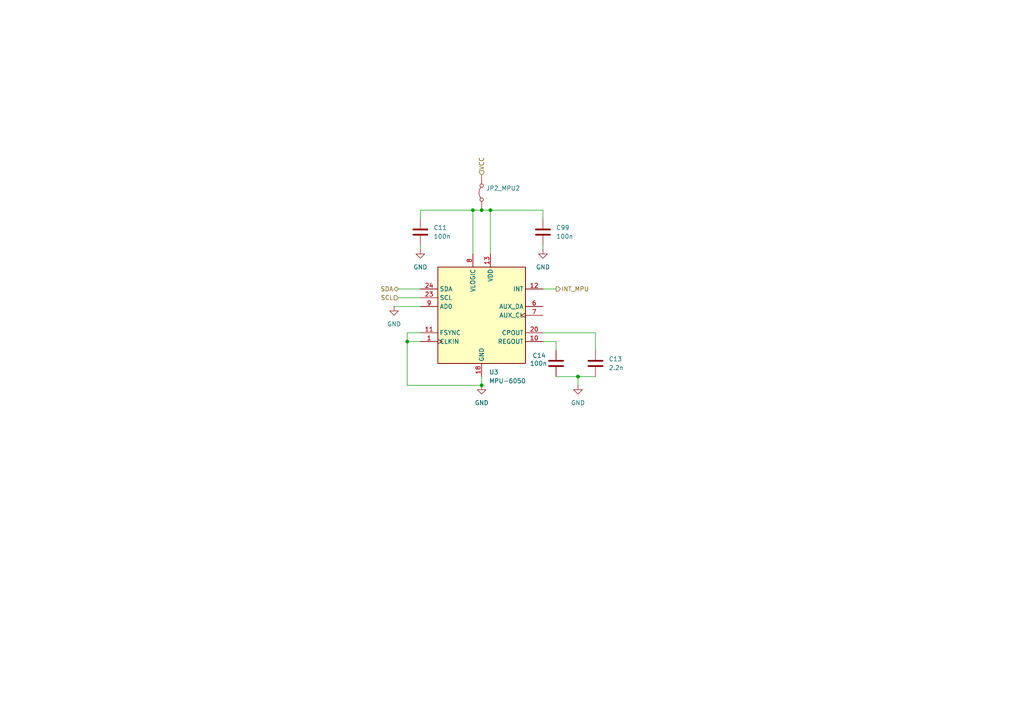
<source format=kicad_sch>
(kicad_sch (version 20250114) (generator "eeschema") (generator_version "9.0")
  (paper "A4")
  (lib_symbols
    (symbol "Device:C" (pin_numbers (hide yes)) (pin_names (offset 0.254))
      (property "Reference" "C" (at 0.635 2.54 0))
      (property "Value" "C" (at 0.635 -2.54 0))
      (symbol "C_0_1"
        (polyline (pts (xy -2.032 0.762) (xy 2.032 0.762)) (stroke (width 0.508)))
        (polyline (pts (xy -2.032 -0.762) (xy 2.032 -0.762)) (stroke (width 0.508)))
      )
      (symbol "C_1_1"
        (pin passive line (at 0 3.81 270) (length 2.794) (name "~") (number "1"))
        (pin passive line (at 0 -3.81 90) (length 2.794) (name "~") (number "2"))
      )
    )
    (symbol "Jumper:Jumper_2_Bridged" (pin_numbers (hide yes)) (pin_names (offset 0) (hide yes))
      (property "Reference" "JP" (at 0 1.905 0))
      (property "Value" "Jumper_2_Bridged" (at 0 -2.54 0))
      (symbol "Jumper_2_Bridged_0_0"
        (circle (center -2.032 0) (radius 0.508))
        (circle (center 2.032 0) (radius 0.508))
      )
      (symbol "Jumper_2_Bridged_0_1"
        (arc (start -1.524 0.254) (mid 0 0.762) (end 1.524 0.254))
      )
      (symbol "Jumper_2_Bridged_1_1"
        (pin passive line (at -5.08 0 0) (length 2.54) (name "A") (number "1"))
        (pin passive line (at 5.08 0 180) (length 2.54) (name "B") (number "2"))
      )
    )
    (symbol "Sensor_Motion:MPU-6050"
      (property "Reference" "U" (at -11.43 13.97 0))
      (property "Value" "MPU-6050" (at 7.62 -15.24 0))
      (symbol "MPU-6050_0_0"
        (text "" (at 12.7 -2.54 0) (effects (font (size 1.27 1.27))))
      )
      (symbol "MPU-6050_0_1"
        (rectangle (start -12.7 13.97) (end 12.7 -13.97) (stroke (width 0.254)) (fill (type background)))
      )
      (symbol "MPU-6050_1_1"
        (pin bidirectional line (at -17.78 7.62 0) (length 5.08) (name "SDA") (number "24"))
        (pin input line (at -17.78 5.08 0) (length 5.08) (name "SCL") (number "23"))
        (pin input line (at -17.78 2.54 0) (length 5.08) (name "AD0") (number "9"))
        (pin input line (at -17.78 -5.08 0) (length 5.08) (name "FSYNC") (number "11"))
        (pin input clock (at -17.78 -7.62 0) (length 5.08) (name "CLKIN") (number "1"))
        (pin no_connect line (at -12.7 12.7 0) (length 2.54) (hide yes) (name "NC") (number "2"))
        (pin no_connect line (at -12.7 10.16 0) (length 2.54) (hide yes) (name "NC") (number "3"))
        (pin no_connect line (at -12.7 0 0) (length 2.54) (hide yes) (name "NC") (number "4"))
        (pin no_connect line (at -12.7 -2.54 0) (length 2.54) (hide yes) (name "NC") (number "5"))
        (pin no_connect line (at -12.7 -10.16 0) (length 2.54) (hide yes) (name "NC") (number "14"))
        (pin power_in line (at -2.54 17.78 270) (length 3.81) (name "VLOGIC") (number "8"))
        (pin power_in line (at 0 -17.78 90) (length 3.81) (name "GND") (number "18"))
        (pin power_in line (at 2.54 17.78 270) (length 3.81) (name "VDD") (number "13"))
        (pin no_connect line (at 12.7 12.7 180) (length 2.54) (hide yes) (name "NC") (number "15"))
        (pin no_connect line (at 12.7 10.16 180) (length 2.54) (hide yes) (name "NC") (number "16"))
        (pin no_connect line (at 12.7 5.08 180) (length 2.54) (hide yes) (name "NC") (number "17"))
        (pin no_connect line (at 12.7 -2.54 180) (length 2.54) (hide yes) (name "RESV") (number "21"))
        (pin no_connect line (at 12.7 -10.16 180) (length 2.54) (hide yes) (name "RESV") (number "19"))
        (pin no_connect line (at 12.7 -12.7 180) (length 2.54) (hide yes) (name "RESV") (number "22"))
        (pin output line (at 17.78 7.62 180) (length 5.08) (name "INT") (number "12"))
        (pin bidirectional line (at 17.78 2.54 180) (length 5.08) (name "AUX_DA") (number "6"))
        (pin output clock (at 17.78 0 180) (length 5.08) (name "AUX_CL") (number "7"))
        (pin passive line (at 17.78 -5.08 180) (length 5.08) (name "CPOUT") (number "20"))
        (pin passive line (at 17.78 -7.62 180) (length 5.08) (name "REGOUT") (number "10"))
      )
    )
    (symbol "power:GND" (power) (pin_numbers (hide yes)) (pin_names (offset 0) (hide yes))
      (property "Value" "GND" (at 0 -3.81 0))
      (symbol "GND_0_1"
        (polyline (pts (xy 0 0) (xy 0 -1.27) (xy 1.27 -1.27) (xy 0 -2.54) (xy -1.27 -1.27) (xy 0 -1.27)))
      )
      (symbol "GND_1_1"
        (pin power_in line (at 0 0 270) (length 0) (name "~") (number "1"))
      )
    )
  )
  (junction (at 137.16 60.96))
  (junction (at 139.7 60.96))
  (junction (at 139.7 111.76))
  (junction (at 118.11 99.06))
  (junction (at 167.64 109.22))
  (junction (at 142.24 60.96))
  (wire (pts (xy 167.64 109.22) (xy 172.72 109.22)))
  (wire (pts (xy 139.7 111.76) (xy 139.7 109.22)))
  (wire (pts (xy 161.29 109.22) (xy 167.64 109.22)))
  (wire (pts (xy 142.24 60.96) (xy 142.24 73.66)))
  (wire (pts (xy 157.48 60.96) (xy 142.24 60.96)))
  (wire (pts (xy 157.48 83.82) (xy 161.29 83.82)))
  (wire (pts (xy 161.29 101.6) (xy 161.29 99.06)))
  (wire (pts (xy 157.48 63.5) (xy 157.48 60.96)))
  (wire (pts (xy 118.11 99.06) (xy 118.11 111.76)))
  (wire (pts (xy 118.11 111.76) (xy 139.7 111.76)))
  (wire (pts (xy 121.92 60.96) (xy 137.16 60.96)))
  (wire (pts (xy 137.16 60.96) (xy 137.16 73.66)))
  (wire (pts (xy 167.64 109.22) (xy 167.64 111.76)))
  (wire (pts (xy 115.57 83.82) (xy 121.92 83.82)))
  (wire (pts (xy 121.92 63.5) (xy 121.92 60.96)))
  (wire (pts (xy 172.72 96.52) (xy 172.72 101.6)))
  (wire (pts (xy 118.11 96.52) (xy 118.11 99.06)))
  (wire (pts (xy 139.7 60.96) (xy 142.24 60.96)))
  (wire (pts (xy 157.48 71.12) (xy 157.48 72.39)))
  (wire (pts (xy 114.3 88.9) (xy 121.92 88.9)))
  (wire (pts (xy 161.29 99.06) (xy 157.48 99.06)))
  (wire (pts (xy 137.16 60.96) (xy 139.7 60.96)))
  (wire (pts (xy 118.11 99.06) (xy 121.92 99.06)))
  (wire (pts (xy 157.48 96.52) (xy 172.72 96.52)))
  (wire (pts (xy 121.92 96.52) (xy 118.11 96.52)))
  (wire (pts (xy 115.57 86.36) (xy 121.92 86.36)))
  (wire (pts (xy 121.92 71.12) (xy 121.92 72.39)))
  (hierarchical_label "SCL" (shape input) (at 115.57 86.36 180))
  (hierarchical_label "INT_MPU" (shape output) (at 161.29 83.82 0))
  (hierarchical_label "SDA" (shape bidirectional) (at 115.57 83.82 180))
  (hierarchical_label "VCC" (shape input) (at 139.7 50.8 90))
  (symbol (lib_id "Sensor_Motion:MPU-6050") (at 139.7 91.44 0) (unit 1)
    (property "Reference" "U3" (at 141.8433 107.95 0) (effects (justify left)))
    (property "Value" "MPU-6050" (at 141.8433 110.49 0) (effects (justify left)))
    (property "Footprint" "Sensor_Motion:InvenSense_QFN-24_4x4mm_P0.5mm" (effects (hide yes)))
    (property "Datasheet" "https://invensense.tdk.com/wp-content/uploads/2015/02/MPU-6000-Datasheet1.pdf" (effects (hide yes)))
    (property "Description" "InvenSense 6-Axis Motion Sensor, Gyroscope, Accelerometer, I2C" (effects (hide yes)))
  )
  (symbol (lib_id "power:GND") (at 121.92 72.39 0) (unit 1)
    (property "Reference" "#PWR019" (effects (hide yes)))
    (property "Value" "GND" (at 121.92 77.47 0))
    (property "Description" "Power symbol creates a global label with name \"GND\" , ground" (effects (hide yes)))
  )
  (symbol (lib_id "power:GND") (at 139.7 111.76 0) (unit 1)
    (property "Reference" "#PWR08" (effects (hide yes)))
    (property "Value" "GND" (at 139.7 116.84 0))
    (property "Description" "Power symbol creates a global label with name \"GND\" , ground" (effects (hide yes)))
  )
  (symbol (lib_id "power:GND") (at 157.48 72.39 0) (unit 1)
    (property "Reference" "#PWR011" (effects (hide yes)))
    (property "Value" "GND" (at 157.48 77.47 0))
    (property "Description" "Power symbol creates a global label with name \"GND\" , ground" (effects (hide yes)))
  )
  (symbol (lib_id "power:GND") (at 167.64 111.76 0) (unit 1)
    (property "Reference" "#PWR010" (effects (hide yes)))
    (property "Value" "GND" (at 167.64 116.84 0))
    (property "Description" "Power symbol creates a global label with name \"GND\" , ground" (effects (hide yes)))
  )
  (symbol (lib_id "Device:C") (at 172.72 105.41 180) (unit 1)
    (property "Reference" "C13" (at 176.53 104.1399 0) (effects (justify right)))
    (property "Value" "2.2n" (at 176.53 106.6799 0) (effects (justify right)))
    (property "Footprint" "Capacitor_SMD:C_0603_1608Metric_Pad1.08x0.95mm_HandSolder" (effects (hide yes)))
    (property "Description" "Unpolarized capacitor" (effects (hide yes)))
  )
  (symbol (lib_id "Device:C") (at 121.92 67.31 180) (unit 1)
    (property "Reference" "C11" (at 125.73 66.0399 0) (effects (justify right)))
    (property "Value" "100n" (at 125.73 68.5799 0) (effects (justify right)))
    (property "Footprint" "Capacitor_SMD:C_0603_1608Metric_Pad1.08x0.95mm_HandSolder" (effects (hide yes)))
    (property "Description" "Unpolarized capacitor" (effects (hide yes)))
  )
  (symbol (lib_id "power:GND") (at 114.3 88.9 0) (unit 1)
    (property "Reference" "#PWR09" (effects (hide yes)))
    (property "Value" "GND" (at 114.3 93.98 0))
    (property "Description" "Power symbol creates a global label with name \"GND\" , ground" (effects (hide yes)))
  )
  (symbol (lib_id "Jumper:Jumper_2_Bridged") (at 139.7 55.88 90) (unit 1)
    (property "Reference" "JP2_MPU2" (at 140.97 54.6099 90) (effects (justify right)))
    (property "Value" "Jumper_2_Bridged" (effects (hide yes)))
    (property "Footprint" "Connector_PinHeader_1.00mm:PinHeader_1x02_P1.00mm_Vertical" (effects (hide yes)))
    (property "Description" "Jumper, 2-pole, closed/bridged" (effects (hide yes)))
  )
  (symbol (lib_id "Device:C") (at 157.48 67.31 180) (unit 1)
    (property "Reference" "C99" (at 161.29 66.0399 0) (effects (justify right)))
    (property "Value" "100n" (at 161.29 68.5799 0) (effects (justify right)))
    (property "Footprint" "Capacitor_SMD:C_0603_1608Metric_Pad1.08x0.95mm_HandSolder" (effects (hide yes)))
    (property "Description" "Unpolarized capacitor" (effects (hide yes)))
  )
  (symbol (lib_id "Device:C") (at 161.29 105.41 0) (unit 1)
    (property "Reference" "C14" (at 154.432 103.124 0) (effects (justify left)))
    (property "Value" "100n" (at 153.67 105.41 0) (effects (justify left)))
    (property "Footprint" "Capacitor_SMD:C_0603_1608Metric_Pad1.08x0.95mm_HandSolder" (effects (hide yes)))
    (property "Description" "Unpolarized capacitor" (effects (hide yes)))
  )
)
</source>
